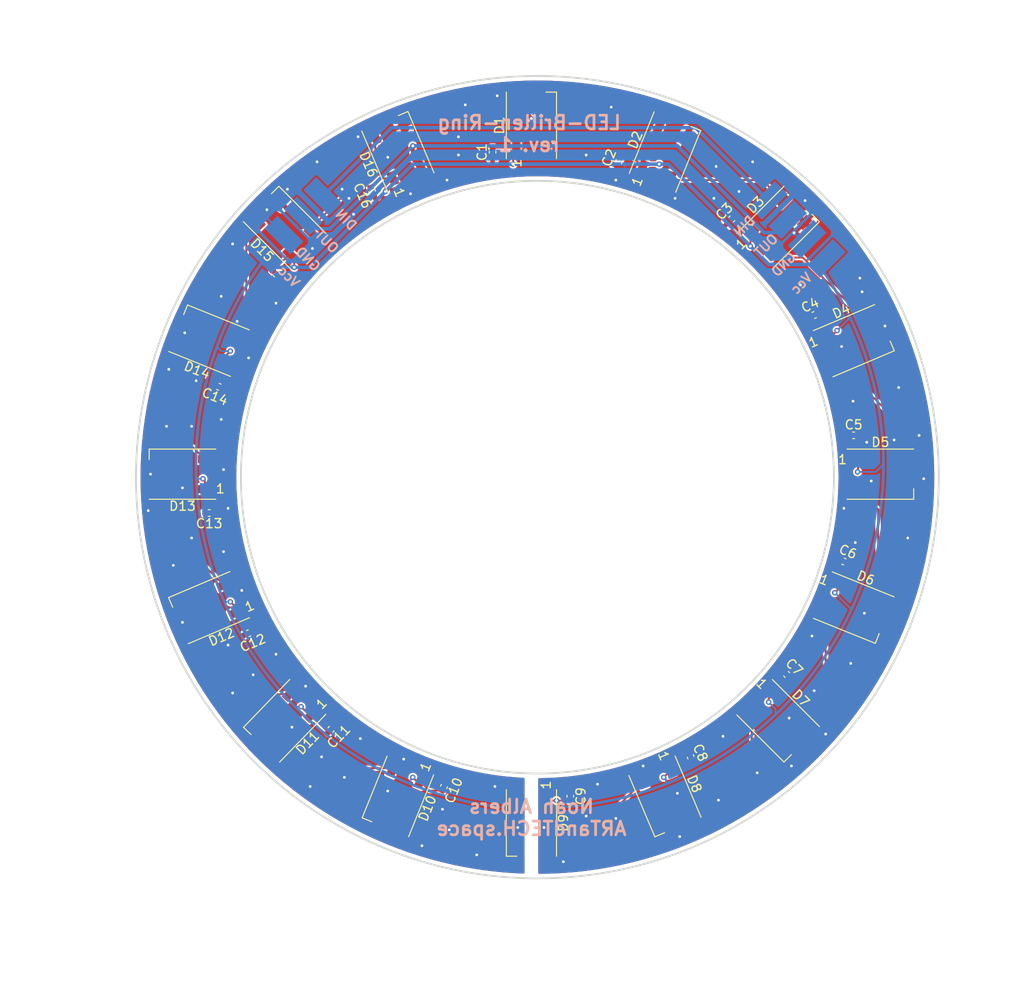
<source format=kicad_pcb>
(kicad_pcb (version 20240108) (generator "pcbnew") (generator_version "8.0")
  (layers (0 "F.Cu" signal) (31 "B.Cu" signal) (34 "B.Paste" user) (35 "F.Paste" user) (36 "B.SilkS" user "B.Silkscreen") (37 "F.SilkS" user "F.Silkscreen") (38 "B.Mask" user) (39 "F.Mask" user) (44 "Edge.Cuts" user))
  (net 0 "")
  (net 1 "GND")
  (net 2 "VCC")
  (net 3 "/DIN")
  (net 4 "Net-(D1-DOUT)")
  (net 5 "Net-(D2-DOUT)")
  (net 6 "Net-(D3-DOUT)")
  (net 7 "Net-(D4-DOUT)")
  (net 8 "Net-(D5-DOUT)")
  (net 9 "Net-(D6-DOUT)")
  (net 10 "Net-(D7-DOUT)")
  (net 11 "Net-(D8-DOUT)")
  (net 12 "Net-(D10-DIN)")
  (net 13 "Net-(D10-DOUT)")
  (net 14 "Net-(D11-DOUT)")
  (net 15 "Net-(D12-DOUT)")
  (net 16 "Net-(D13-DOUT)")
  (net 17 "Net-(D14-DOUT)")
  (net 18 "Net-(D15-DOUT)")
  (net 19 "/DOUT")
  (footprint "LED_SMD:LED_WS2812B_PLCC4_5.0x5.0mm_P3.2mm" (layer "F.Cu") (at 145.046834 53.953166 45)
    (property "Reference" "D3" (at 0 -3.499999 45) (layer "F.SilkS"))
    (property "Value" "WS2812B")
    (fp_text user "1" (at -4.15 -1.6 45) (layer "F.SilkS"))
    (pad "1" smd rect (at -2.450001 -1.65 45) (size 1.5 0.9) (layers "F.Cu" "F.Paste" "F.Mask") (net 2 "VCC"))
    (pad "2" smd rect (at -2.449999 1.65 45) (size 1.5 0.9) (layers "F.Cu" "F.Paste" "F.Mask") (net 6 "Net-(D3-DOUT)"))
    (pad "3" smd rect (at 2.450001 1.65 45) (size 1.5 0.9) (layers "F.Cu" "F.Paste" "F.Mask") (net 1 "GND"))
    (pad "4" smd rect (at 2.449999 -1.65 45) (size 1.5 0.9) (layers "F.Cu" "F.Paste" "F.Mask") (net 5 "Net-(D2-DOUT)"))
  )
  (footprint "LED_SMD:LED_WS2812B_PLCC4_5.0x5.0mm_P3.2mm" (layer "F.Cu") (at 103.362359 45.661608 113)
    (property "Reference" "D16" (at 0 -3.5 113) (layer "F.SilkS"))
    (property "Value" "WS2812B")
    (fp_text user "1" (at -4.149999 -1.6 113) (layer "F.SilkS"))
    (pad "1" smd rect (at -2.45 -1.65 113) (size 1.5 0.9) (layers "F.Cu" "F.Paste" "F.Mask") (net 2 "VCC"))
    (pad "2" smd rect (at -2.45 1.650001 113) (size 1.5 0.9) (layers "F.Cu" "F.Paste" "F.Mask") (net 19 "/DOUT"))
    (pad "3" smd rect (at 2.45 1.65 113) (size 1.5 0.9) (layers "F.Cu" "F.Paste" "F.Mask") (net 1 "GND"))
    (pad "4" smd rect (at 2.45 -1.650001 113) (size 1.5 0.9) (layers "F.Cu" "F.Paste" "F.Mask") (net 18 "Net-(D15-DOUT)"))
  )
  (footprint "Capacitor_SMD:C_0402_1005Metric" (layer "F.Cu") (at 113.741538 45.683315 90)
    (property "Reference" "C1" (at 0.000001 -1.16 90) (layer "F.SilkS"))
    (property "Value" "C")
    (pad "1" smd roundrect (at -0.480002 0 90) (size 0.56 0.62) (layers "F.Cu" "F.Paste" "F.Mask") (net 1 "GND"))
    (pad "2" smd roundrect (at 0.480002 0 90) (size 0.56 0.62) (layers "F.Cu" "F.Paste" "F.Mask") (net 2 "VCC"))
  )
  (footprint "LED_SMD:LED_WS2812B_PLCC4_5.0x5.0mm_P3.2mm" (layer "F.Cu") (at 90.953166 108.046834 -134)
    (property "Reference" "D11" (at 0 -3.5 -134) (layer "F.SilkS"))
    (property "Value" "WS2812B")
    (fp_text user "1" (at -4.149999 -1.600001 -134) (layer "F.SilkS"))
    (pad "1" smd rect (at -2.45 -1.65 226) (size 1.5 0.9) (layers "F.Cu" "F.Paste" "F.Mask") (net 2 "VCC"))
    (pad "2" smd rect (at -2.45 1.65 226) (size 1.5 0.9) (layers "F.Cu" "F.Paste" "F.Mask") (net 14 "Net-(D11-DOUT)"))
    (pad "3" smd rect (at 2.45 1.65 226) (size 1.5 0.9) (layers "F.Cu" "F.Paste" "F.Mask") (net 1 "GND"))
    (pad "4" smd rect (at 2.45 -1.65 226) (size 1.5 0.9) (layers "F.Cu" "F.Paste" "F.Mask") (net 13 "Net-(D10-DOUT)"))
  )
  (footprint "LED_SMD:LED_WS2812B_PLCC4_5.0x5.0mm_P3.2mm" (layer "F.Cu") (at 90.953166 53.953166 135)
    (property "Reference" "D15" (at 0 -3.5 135) (layer "F.SilkS"))
    (property "Value" "WS2812B")
    (pad "1" smd rect (at -2.449999 -1.650001 135) (size 1.5 0.9) (layers "F.Cu" "F.Paste" "F.Mask") (net 2 "VCC"))
    (pad "2" smd rect (at -2.449999 1.65 135) (size 1.5 0.9) (layers "F.Cu" "F.Paste" "F.Mask") (net 18 "Net-(D15-DOUT)"))
    (pad "3" smd rect (at 2.449999 1.650001 135) (size 1.5 0.9) (layers "F.Cu" "F.Paste" "F.Mask") (net 1 "GND"))
    (pad "4" smd rect (at 2.449999 -1.65 135) (size 1.5 0.9) (layers "F.Cu" "F.Paste" "F.Mask") (net 17 "Net-(D14-DOUT)"))
  )
  (footprint "Capacitor_SMD:C_0402_1005Metric" (layer "F.Cu") (at 100.550584 50.001281 113)
    (property "Reference" "C16" (at 0 -1.159998 113) (layer "F.SilkS"))
    (property "Value" "C")
    (pad "1" smd roundrect (at -0.479997 0 113) (size 0.56 0.62) (layers "F.Cu" "F.Paste" "F.Mask") (net 1 "GND"))
    (pad "2" smd roundrect (at 0.479997 0 113) (size 0.56 0.62) (layers "F.Cu" "F.Paste" "F.Mask") (net 2 "VCC"))
  )
  (footprint "LED_SMD:LED_WS2812B_PLCC4_5.0x5.0mm_P3.2mm" (layer "F.Cu") (at 118 42.75 90)
    (property "Reference" "D1" (at 0 -3.5 -90) (layer "F.SilkS"))
    (property "Value" "WS2812B")
    (fp_text user "1" (at -4.15 -1.600001 -90) (layer "F.SilkS"))
    (pad "1" smd rect (at -2.450001 -1.65 90) (size 1.5 0.9) (layers "F.Cu" "F.Paste" "F.Mask") (net 2 "VCC"))
    (pad "2" smd rect (at -2.45 1.65 90) (size 1.5 0.9) (layers "F.Cu" "F.Paste" "F.Mask") (net 4 "Net-(D1-DOUT)"))
    (pad "3" smd rect (at 2.450001 1.65 90) (size 1.5 0.9) (layers "F.Cu" "F.Paste" "F.Mask") (net 1 "GND"))
    (pad "4" smd rect (at 2.45 -1.65 90) (size 1.5 0.9) (layers "F.Cu" "F.Paste" "F.Mask") (net 3 "/DIN"))
  )
  (footprint "LED_SMD:LED_WS2812B_PLCC4_5.0x5.0mm_P3.2mm" (layer "F.Cu") (at 82.661608 66.362359 158)
    (property "Reference" "D14" (at -0.000001 -3.499999 158) (layer "F.SilkS"))
    (property "Value" "WS2812B")
    (pad "1" smd rect (at -2.449999 -1.650001 158) (size 1.5 0.9) (layers "F.Cu" "F.Paste" "F.Mask") (net 2 "VCC"))
    (pad "2" smd rect (at -2.449999 1.650002 158) (size 1.5 0.9) (layers "F.Cu" "F.Paste" "F.Mask") (net 17 "Net-(D14-DOUT)"))
    (pad "3" smd rect (at 2.449999 1.650001 158) (size 1.5 0.9) (layers "F.Cu" "F.Paste" "F.Mask") (net 1 "GND"))
    (pad "4" smd rect (at 2.449999 -1.650002 158) (size 1.5 0.9) (layers "F.Cu" "F.Paste" "F.Mask") (net 16 "Net-(D13-DOUT)"))
  )
  (footprint "Capacitor_SMD:C_0402_1005Metric" (layer "F.Cu") (at 139.961479 53.016145 45)
    (property "Reference" "C3" (at 0.000004 -1.159997 45) (layer "F.SilkS"))
    (property "Value" "C")
    (pad "1" smd roundrect (at -0.48 0.000001 45) (size 0.56 0.62) (layers "F.Cu" "F.Paste" "F.Mask") (net 1 "GND"))
    (pad "2" smd roundrect (at 0.48 -0.000001 45) (size 0.56 0.62) (layers "F.Cu" "F.Paste" "F.Mask") (net 2 "VCC"))
  )
  (footprint "LED_SMD:LED_WS2812B_PLCC4_5.0x5.0mm_P3.2mm" (layer "F.Cu") (at 118 119.25 -90)
    (property "Reference" "D9" (at 0 -3.5 -90) (layer "F.SilkS"))
    (property "Value" "WS2812B")
    (fp_text user "1" (at -4.15 -1.600001 -90) (layer "F.SilkS"))
    (pad "1" smd rect (at -2.450001 -1.65 270) (size 1.5 0.9) (layers "F.Cu" "F.Paste" "F.Mask") (net 2 "VCC"))
    (pad "2" smd rect (at -2.45 1.650001 270) (size 1.5 0.9) (layers "F.Cu" "F.Paste" "F.Mask") (net 12 "Net-(D10-DIN)"))
    (pad "3" smd rect (at 2.450001 1.65 270) (size 1.5 0.9) (layers "F.Cu" "F.Paste" "F.Mask") (net 1 "GND"))
    (pad "4" smd rect (at 2.45 -1.650001 270) (size 1.5 0.9) (layers "F.Cu" "F.Paste" "F.Mask") (net 11 "Net-(D8-DOUT)"))
  )
  (footprint "LED_SMD:LED_WS2812B_PLCC4_5.0x5.0mm_P3.2mm" (layer "F.Cu") (at 153.338392 95.637641 -22)
    (property "Reference" "D6" (at 0 -3.5 -22) (layer "F.SilkS"))
    (property "Value" "WS2812B")
    (fp_text user "1" (at -4.15 -1.600001 -22) (layer "F.SilkS"))
    (pad "1" smd rect (at -2.449999 -1.650001 338) (size 1.5 0.9) (layers "F.Cu" "F.Paste" "F.Mask") (net 2 "VCC"))
    (pad "2" smd rect (at -2.449998 1.65 338) (size 1.5 0.9) (layers "F.Cu" "F.Paste" "F.Mask") (net 9 "Net-(D6-DOUT)"))
    (pad "3" smd rect (at 2.449999 1.650001 338) (size 1.5 0.9) (layers "F.Cu" "F.Paste" "F.Mask") (net 1 "GND"))
    (pad "4" smd rect (at 2.449998 -1.65 338) (size 1.5 0.9) (layers "F.Cu" "F.Paste" "F.Mask") (net 8 "Net-(D5-DOUT)"))
  )
  (footprint "Capacitor_SMD:C_0402_1005Metric" (layer "F.Cu") (at 90.016145 59.038521 135)
    (property "Reference" "C15" (hide yes))
    (property "Value" "C" (hide yes))
    (pad "1" smd roundrect (at -0.480001 0 135) (size 0.56 0.62) (layers "F.Cu" "F.Paste" "F.Mask") (net 1 "GND"))
    (pad "2" smd roundrect (at 0.480001 0 135) (size 0.56 0.62) (layers "F.Cu" "F.Paste" "F.Mask") (net 2 "VCC"))
  )
  (footprint "Capacitor_SMD:C_0402_1005Metric" (layer "F.Cu") (at 153.316685 76.741538)
    (property "Reference" "C5" (at 0.000001 -1.16 0) (layer "F.SilkS"))
    (property "Value" "C")
    (pad "1" smd roundrect (at -0.48 -0.000002) (size 0.56 0.62) (layers "F.Cu" "F.Paste" "F.Mask") (net 1 "GND"))
    (pad "2" smd roundrect (at 0.48 0.000002) (size 0.56 0.62) (layers "F.Cu" "F.Paste" "F.Mask") (net 2 "VCC"))
  )
  (footprint "Capacitor_SMD:C_0402_1005Metric" (layer "F.Cu") (at 135.449416 111.998719 -67)
    (property "Reference" "C8" (at -0.000002 -1.160001 -67) (layer "F.SilkS"))
    (property "Value" "C")
    (pad "1" smd roundrect (at -0.479997 0 293) (size 0.56 0.62) (layers "F.Cu" "F.Paste" "F.Mask") (net 1 "GND"))
    (pad "2" smd roundrect (at 0.479997 0 293) (size 0.56 0.62) (layers "F.Cu" "F.Paste" "F.Mask") (net 2 "VCC"))
  )
  (footprint "Capacitor_SMD:C_0402_1005Metric" (layer "F.Cu") (at 122.258462 116.316685 -90)
    (property "Reference" "C9" (at 0.000001 -1.160002 -90) (layer "F.SilkS"))
    (property "Value" "C")
    (pad "1" smd roundrect (at -0.480002 0.000001 270) (size 0.56 0.62) (layers "F.Cu" "F.Paste" "F.Mask") (net 1 "GND"))
    (pad "2" smd roundrect (at 0.480002 -0.000001 270) (size 0.56 0.62) (layers "F.Cu" "F.Paste" "F.Mask") (net 2 "VCC"))
  )
  (footprint "Capacitor_SMD:C_0402_1005Metric" (layer "F.Cu") (at 148.998719 63.550584 23)
    (property "Reference" "C4" (at -0.000002 -1.160001 23) (layer "F.SilkS"))
    (property "Value" "C")
    (pad "1" smd roundrect (at -0.479998 0.000001 23) (size 0.56 0.62) (layers "F.Cu" "F.Paste" "F.Mask") (net 1 "GND"))
    (pad "2" smd roundrect (at 0.479998 -0.000001 23) (size 0.56 0.62) (layers "F.Cu" "F.Paste" "F.Mask") (net 2 "VCC"))
  )
  (footprint "Capacitor_SMD:C_0402_1005Metric" (layer "F.Cu") (at 87.001281 98.449416 -157)
    (property "Reference" "C12" (at -0.000001 -1.160001 23) (layer "F.SilkS"))
    (property "Value" "C")
    (pad "1" smd roundrect (at -0.48 0 203) (size 0.56 0.62) (layers "F.Cu" "F.Paste" "F.Mask") (net 1 "GND"))
    (pad "2" smd roundrect (at 0.48 0 203) (size 0.56 0.62) (layers "F.Cu" "F.Paste" "F.Mask") (net 2 "VCC"))
  )
  (footprint "Capacitor_SMD:C_0402_1005Metric" (layer "F.Cu") (at 108.419197 115.258005 -112)
    (property "Reference" "C10" (at 0 -1.16 -112) (layer "F.SilkS"))
    (property "Value" "C")
    (pad "1" smd roundrect (at -0.480002 -0.000002 248) (size 0.56 0.62) (layers "F.Cu" "F.Paste" "F.Mask") (net 1 "GND"))
    (pad "2" smd roundrect (at 0.480002 0.000002 248) (size 0.56 0.62) (layers "F.Cu" "F.Paste" "F.Mask") (net 2 "VCC"))
  )
  (footprint "LED_SMD:LED_WS2812B_PLCC4_5.0x5.0mm_P3.2mm" (layer "F.Cu") (at 103.362359 116.338392 -112)
    (property "Reference" "D10" (at 0 -3.5 -112) (layer "F.SilkS"))
    (property "Value" "WS2812B")
    (fp_text user "1" (at -4.15 -1.600001 -112) (layer "F.SilkS"))
    (pad "1" smd rect (at -2.450001 -1.65 248) (size 1.5 0.9) (layers "F.Cu" "F.Paste" "F.Mask") (net 2 "VCC"))
    (pad "2" smd rect (at -2.449999 1.649999 248) (size 1.5 0.9) (layers "F.Cu" "F.Paste" "F.Mask") (net 13 "Net-(D10-DOUT)"))
    (pad "3" smd rect (at 2.450001 1.65 248) (size 1.5 0.9) (layers "F.Cu" "F.Paste" "F.Mask") (net 1 "GND"))
    (pad "4" smd rect (at 2.449999 -1.649999 248) (size 1.5 0.9) (layers "F.Cu" "F.Paste" "F.Mask") (net 12 "Net-(D10-DIN)"))
  )
  (footprint "Capacitor_SMD:C_0402_1005Metric" (layer "F.Cu") (at 82.683315 85.258462 180)
    (property "Reference" "C13" (at 0.000001 -1.160002 180) (layer "F.SilkS"))
    (property "Value" "C")
    (pad "1" smd roundrect (at -0.480002 0.000001 180) (size 0.56 0.62) (layers "F.Cu" "F.Paste" "F.Mask") (net 1 "GND"))
    (pad "2" smd roundrect (at 0.480002 -0.000001 180) (size 0.56 0.62) (layers "F.Cu" "F.Paste" "F.Mask") (net 2 "VCC"))
  )
  (footprint "Capacitor_SMD:C_0402_1005Metric" (layer "F.Cu") (at 127.580803 46.741995 68)
    (property "Reference" "C2" (at 0 -1.16 68) (layer "F.SilkS"))
    (property "Value" "C")
    (pad "1" smd roundrect (at -0.479999 -0.000003 68) (size 0.56 0.62) (layers "F.Cu" "F.Paste" "F.Mask") (net 1 "GND"))
    (pad "2" smd roundrect (at 0.479999 0.000003 68) (size 0.56 0.62) (layers "F.Cu" "F.Paste" "F.Mask") (net 2 "VCC"))
  )
  (footprint "LED_SMD:LED_WS2812B_PLCC4_5.0x5.0mm_P3.2mm" (layer "F.Cu") (at 153.338392 66.362359 23)
    (property "Reference" "D4" (at 0 -3.5 23) (layer "F.SilkS"))
    (property "Value" "WS2812B")
    (fp_text user "1" (at -4.149999 -1.599999 23) (layer "F.SilkS"))
    (pad "1" smd rect (at -2.45 -1.65 23) (size 1.5 0.9) (layers "F.Cu" "F.Paste" "F.Mask") (net 2 "VCC"))
    (pad "2" smd rect (at -2.45 1.650001 23) (size 1.5 0.9) (layers "F.Cu" "F.Paste" "F.Mask") (net 7 "Net-(D4-DOUT)"))
    (pad "3" smd rect (at 2.45 1.65 23) (size 1.5 0.9) (layers "F.Cu" "F.Paste" "F.Mask") (net 1 "GND"))
    (pad "4" smd rect (at 2.45 -1.650001 23) (size 1.5 0.9) (layers "F.Cu" "F.Paste" "F.Mask") (net 6 "Net-(D3-DOUT)"))
  )
  (footprint "LED_SMD:LED_WS2812B_PLCC4_5.0x5.0mm_P3.2mm" (layer "F.Cu") (at 79.75 81 180)
    (property "Reference" "D13" (at 0 -3.5 180) (layer "F.SilkS"))
    (property "Value" "WS2812B")
    (fp_text user "1" (at -4.15 -1.600001 180) (layer "F.SilkS"))
    (pad "1" smd rect (at -2.450001 -1.65 180) (size 1.5 0.9) (layers "F.Cu" "F.Paste" "F.Mask") (net 2 "VCC"))
    (pad "2" smd rect (at -2.45 1.65 180) (size 1.5 0.9) (layers "F.Cu" "F.Paste" "F.Mask") (net 16 "Net-(D13-DOUT)"))
    (pad "3" smd rect (at 2.450001 1.65 180) (size 1.5 0.9) (layers "F.Cu" "F.Paste" "F.Mask") (net 1 "GND"))
    (pad "4" smd rect (at 2.45 -1.65 180) (size 1.5 0.9) (layers "F.Cu" "F.Paste" "F.Mask") (net 15 "Net-(D12-DOUT)"))
  )
  (footprint "Capacitor_SMD:C_0402_1005Metric" (layer "F.Cu") (at 145.983855 102.961479 -45)
    (property "Reference" "C7" (at 0.000001 -1.16 -45) (layer "F.SilkS"))
    (property "Value" "C")
    (pad "1" smd roundrect (at -0.480001 -0.000003 315) (size 0.56 0.62) (layers "F.Cu" "F.Paste" "F.Mask") (net 1 "GND"))
    (pad "2" smd roundrect (at 0.480001 0.000003 315) (size 0.56 0.62) (layers "F.Cu" "F.Paste" "F.Mask") (net 2 "VCC"))
  )
  (footprint "LED_SMD:LED_WS2812B_PLCC4_5.0x5.0mm_P3.2mm" (layer "F.Cu") (at 82.661608 95.637641 -157)
    (property "Reference" "D12" (at 0 -3.5 -157) (layer "F.SilkS"))
    (property "Value" "WS2812B")
    (fp_text user "1" (at -4.15 -1.599999 -157) (layer "F.SilkS"))
    (pad "1" smd rect (at -2.449999 -1.650001 203) (size 1.5 0.9) (layers "F.Cu" "F.Paste" "F.Mask") (net 2 "VCC"))
    (pad "2" smd rect (at -2.449999 1.65 203) (size 1.5 0.9) (layers "F.Cu" "F.Paste" "F.Mask") (net 15 "Net-(D12-DOUT)"))
    (pad "3" smd rect (at 2.449999 1.650001 203) (size 1.5 0.9) (layers "F.Cu" "F.Paste" "F.Mask") (net 1 "GND"))
    (pad "4" smd rect (at 2.449999 -1.65 203) (size 1.5 0.9) (layers "F.Cu" "F.Paste" "F.Mask") (net 14 "Net-(D11-DOUT)"))
  )
  (footprint "LED_SMD:LED_WS2812B_PLCC4_5.0x5.0mm_P3.2mm" (layer "F.Cu") (at 132.637641 116.338392 -67)
    (property "Reference" "D8" (at 0 -3.5 -67) (layer "F.SilkS"))
    (property "Value" "WS2812B")
    (fp_text user "1" (at -4.15 -1.6 -67) (layer "F.SilkS"))
    (pad "1" smd rect (at -2.45 -1.65 293) (size 1.5 0.9) (layers "F.Cu" "F.Paste" "F.Mask") (net 2 "VCC"))
    (pad "2" smd rect (at -2.45 1.650001 293) (size 1.5 0.9) (layers "F.Cu" "F.Paste" "F.Mask") (net 11 "Net-(D8-DOUT)"))
    (pad "3" smd rect (at 2.45 1.65 293) (size 1.5 0.9) (layers "F.Cu" "F.Paste" "F.Mask") (net 1 "GND"))
    (pad "4" smd rect (at 2.45 -1.650001 293) (size 1.5 0.9) (layers "F.Cu" "F.Paste" "F.Mask") (net 10 "Net-(D7-DOUT)"))
  )
  (footprint "Capacitor_SMD:C_0402_1005Metric" (layer "F.Cu") (at 152.258005 90.580803 -22)
    (property "Reference" "C6" (at -0.000001 -1.16 -22) (layer "F.SilkS"))
    (property "Value" "C")
    (pad "1" smd roundrect (at -0.480002 -0.000002 338) (size 0.56 0.62) (layers "F.Cu" "F.Paste" "F.Mask") (net 1 "GND"))
    (pad "2" smd roundrect (at 0.480002 0.000002 338) (size 0.56 0.62) (layers "F.Cu" "F.Paste" "F.Mask") (net 2 "VCC"))
  )
  (footprint "LED_SMD:LED_WS2812B_PLCC4_5.0x5.0mm_P3.2mm" (layer "F.Cu") (at 156.25 81)
    (property "Reference" "D5" (at 0 -3.5 0) (layer "F.SilkS"))
    (property "Value" "WS2812B")
    (fp_text user "1" (at -4.149999 -1.6 0) (layer "F.SilkS"))
    (pad "1" smd rect (at -2.450001 -1.65) (size 1.5 0.9) (layers "F.Cu" "F.Paste" "F.Mask") (net 2 "VCC"))
    (pad "2" smd rect (at -2.45 1.650001) (size 1.5 0.9) (layers "F.Cu" "F.Paste" "F.Mask") (net 8 "Net-(D5-DOUT)"))
    (pad "3" smd rect (at 2.450001 1.65) (size 1.5 0.9) (layers "F.Cu" "F.Paste" "F.Mask") (net 1 "GND"))
    (pad "4" smd rect (at 2.45 -1.650001) (size 1.5 0.9) (layers "F.Cu" "F.Paste" "F.Mask") (net 7 "Net-(D4-DOUT)"))
  )
  (footprint "Capacitor_SMD:C_0402_1005Metric" (layer "F.Cu") (at 83.741995 71.419197 158)
    (property "Reference" "C14" (at 0 -1.16 158) (layer "F.SilkS"))
    (property "Value" "C")
    (pad "1" smd roundrect (at -0.479999 -0.000003 158) (size 0.56 0.62) (layers "F.Cu" "F.Paste" "F.Mask") (net 1 "GND"))
    (pad "2" smd roundrect (at 0.479999 0.000003 158) (size 0.56 0.62) (layers "F.Cu" "F.Paste" "F.Mask") (net 2 "VCC"))
  )
  (footprint "LED_SMD:LED_WS2812B_PLCC4_5.0x5.0mm_P3.2mm" (layer "F.Cu") (at 132.637641 45.661608 68)
    (property "Reference" "D2" (at 0 -3.5 68) (layer "F.SilkS"))
    (property "Value" "WS2812B")
    (fp_text user "1" (at -4.15 -1.600001 68) (layer "F.SilkS"))
    (pad "1" smd rect (at -2.45 -1.649999 68) (size 1.5 0.9) (layers "F.Cu" "F.Paste" "F.Mask") (net 2 "VCC"))
    (pad "2" smd rect (at -2.449999 1.649999 68) (size 1.5 0.9) (layers "F.Cu" "F.Paste" "F.Mask") (net 5 "Net-(D2-DOUT)"))
    (pad "3" smd rect (at 2.45 1.649999 68) (size 1.5 0.9) (layers "F.Cu" "F.Paste" "F.Mask") (net 1 "GND"))
    (pad "4" smd rect (at 2.449999 -1.649999 68) (size 1.5 0.9) (layers "F.Cu" "F.Paste" "F.Mask") (net 4 "Net-(D1-DOUT)"))
  )
  (footprint "Capacitor_SMD:C_0402_1005Metric" (layer "F.Cu") (at 96.038521 108.983855 -134)
    (property "Reference" "C11" (at 0 -1.159999 -134) (layer "F.SilkS"))
    (property "Value" "C")
    (pad "1" smd roundrect (at -0.480001 -0.000001 226) (size 0.56 0.62) (layers "F.Cu" "F.Paste" "F.Mask") (net 1 "GND"))
    (pad "2" smd roundrect (at 0.480001 0.000001 226) (size 0.56 0.62) (layers "F.Cu" "F.Paste" "F.Mask") (net 2 "VCC"))
  )
  (footprint "LED_SMD:LED_WS2812B_PLCC4_5.0x5.0mm_P3.2mm" (layer "F.Cu") (at 145.046834 108.046834 -45)
    (property "Reference" "D7" (at 0 -3.5 -45) (layer "F.SilkS"))
    (property "Value" "WS2812B")
    (fp_text user "1" (at -4.15 -1.6 -45) (layer "F.SilkS"))
    (pad "1" smd rect (at -2.449999 -1.650001 315) (size 1.5 0.9) (layers "F.Cu" "F.Paste" "F.Mask") (net 2 "VCC"))
    (pad "2" smd rect (at -2.449999 1.65 315) (size 1.5 0.9) (layers "F.Cu" "F.Paste" "F.Mask") (net 10 "Net-(D7-DOUT)"))
    (pad "3" smd rect (at 2.449999 1.650001 315) (size 1.5 0.9) (layers "F.Cu" "F.Paste" "F.Mask") (net 1 "GND"))
    (pad "4" smd rect (at 2.449999 -1.65 315) (size 1.5 0.9) (layers "F.Cu" "F.Paste" "F.Mask") (net 9 "Net-(D6-DOUT)"))
  )
  (footprint "SMDPrints:01x04_SMD_Pads" (layer "B.Cu") (at 98.655349 54.081213 -135)
    (property "Reference" "J2" (hide yes))
    (property "Value" "Conn_01x04" (hide yes))
    (pad "1" smd rect (at 0 5 135) (size 4 2) (layers "B.Cu" "B.Paste" "B.Mask") (net 3 "/DIN"))
    (pad "2" smd rect (at 3 5 135) (size 4 2) (layers "B.Cu" "B.Paste" "B.Mask") (net 19 "/DOUT"))
    (pad "3" smd rect (at 6 5 135) (size 4 2) (layers "B.Cu" "B.Paste" "B.Mask") (net 1 "GND"))
    (pad "4" smd rect (at 9 5 135) (size 4 2) (layers "B.Cu" "B.Paste" "B.Mask") (net 2 "VCC"))
  )
  (footprint "SMDPrints:01x04_SMD_Pads" (layer "B.Cu") (at 147.508903 47.445806 -45)
    (property "Reference" "J1" (hide yes))
    (property "Value" "Conn_01x04" (hide yes))
    (pad "1" smd rect (at 0 5 225) (size 4 2) (layers "B.Cu" "B.Paste" "B.Mask") (net 3 "/DIN"))
    (pad "2" smd rect (at 3 5 225) (size 4 2) (layers "B.Cu" "B.Paste" "B.Mask") (net 19 "/DOUT"))
    (pad "3" smd rect (at 6 5 225) (size 4 2) (layers "B.Cu" "B.Paste" "B.Mask") (net 1 "GND"))
    (pad "4" smd rect (at 9 5 225) (size 4 2) (layers "B.Cu" "B.Paste" "B.Mask") (net 2 "VCC"))
  )
  (gr_arc (start 114.5 117.499999) (mid 84.350839 95.031158) (end 88.542863 57.664761) (stroke (width 0.3)) (layer "B.Cu") (net 2))
  (gr_arc (start 149.481123 58.013613) (mid 153.008766 95.996995) (end 121.5 117.5) (stroke (width 0.3)) (layer "B.Cu") (net 2))
  (gr_circle (center 118.655349 81.331213) (end 162.655349 81.331213) (stroke (width 0.2)) (fill none) (layer "Edge.Cuts"))
  (gr_circle (center 118.655349 81.331213) (end 151.155349 81.331213) (stroke (width 0.2)) (fill none) (layer "Edge.Cuts"))
  (gr_text "GND" (at 147.25 57.25 45) (layer "B.SilkS") (effects (font (size 1 1) (thickness 0.2) (bold yes)) (justify left bottom mirror)))
  (gr_text "DIN" (at 98.25 54.5 315) (layer "B.SilkS") (effects (font (size 1 1) (thickness 0.2) (bold yes)) (justify left bottom mirror)))
  (gr_text "OUT" (at 96.25 57 315) (layer "B.SilkS") (effects (font (size 1 1) (thickness 0.2) (bold yes)) (justify left bottom mirror)))
  (gr_text "OUT" (at 145.25 55.25 45) (layer "B.SilkS") (effects (font (size 1 1) (thickness 0.2) (bold yes)) (justify left bottom mirror)))
  (gr_text "DIN" (at 142.75 53.25 45) (layer "B.SilkS") (effects (font (size 1 1) (thickness 0.2) (bold yes)) (justify left bottom mirror)))
  (gr_text "Noah Albers\nARTandTECH.space" (at 118 120.75 0) (layer "B.SilkS") (effects (font (size 1.5 1.5) (thickness 0.3) (bold yes)) (justify bottom mirror)))
  (gr_text "Vcc" (at 149 59.5 45) (layer "B.SilkS") (effects (font (size 1 1) (thickness 0.2) (bold yes)) (justify left bottom mirror)))
  (gr_text "Vcc" (at 92 60.75 315) (layer "B.SilkS") (effects (font (size 1 1) (thickness 0.2) (bold yes)) (justify left bottom mirror)))
  (gr_text "LED-Brillen-Ring\nrev. 1" (at 117.75 45.75 0) (layer "B.SilkS") (effects (font (size 1.5 1.5) (thickness 0.3) (bold yes)) (justify bottom mirror)))
  (gr_text "GND" (at 94.25 59 315) (layer "B.SilkS") (effects (font (size 1 1) (thickness 0.2) (bold yes)) (justify left bottom mirror)))
  (segment (start 146.799117 54.534335) (end 147.945972 53.38748) (width 0.2) (layer "F.Cu") (net 1))
  (segment (start 89 52) (end 89.44151 52) (width 0.2) (layer "F.Cu") (net 1))
  (segment (start 89.44151 52) (end 90.387482 51.054028) (width 0.2) (layer "F.Cu") (net 1))
  (segment (start 146.784335 54.534335) (end 146.799117 54.534335) (width 0.2) (layer "F.Cu") (net 1))
  (via (at 116.5 119.75) (size 0.6) (drill 0.3) (layers "F.Cu" "B.Cu") (net 1))
  (via (at 86.25 93.75) (size 0.6) (drill 0.3) (layers "F.Cu" "B.Cu") (net 1))
  (via (at 84.25 80.5) (size 0.6) (drill 0.3) (layers "F.Cu" "B.Cu") (net 1))
  (via (at 81.25 70.75) (size 0.6) (drill 0.3) (layers "F.Cu" "B.Cu") (net 1))
  (via (at 153 101.75) (size 0.6) (drill 0.3) (layers "F.Cu" "B.Cu") (net 1))
  (via (at 93.25 104.25) (size 0.6) (drill 0.3) (layers "F.Cu" "B.Cu") (net 1))
  (via (at 109 120) (size 0.6) (drill 0.3) (layers "F.Cu" "B.Cu") (net 1))
  (via (at 80.75 75.75) (size 0.6) (drill 0.3) (layers "F.Cu" "B.Cu") (net 1))
  (via (at 158.25 71.5) (size 0.6) (drill 0.3) (layers "F.Cu" "B.Cu") (net 1))
  (via (at 154 59.5) (size 0.6) (drill 0.3) (layers "F.Cu" "B.Cu") (net 1))
  (via (at 159.25 88) (size 0.6) (drill 0.3) (layers "F.Cu" "B.Cu") (net 1))
  (via (at 156.75 64.75) (size 0.6) (drill 0.3) (layers "F.Cu" "B.Cu") (net 1))
  (via (at 76 85) (size 0.6) (drill 0.3) (layers "F.Cu" "B.Cu") (net 1))
  (via (at 79.75 82.5) (size 0.6) (drill 0.3) (layers "F.Cu" "B.Cu") (net 1))
  (via (at 110 44) (size 0.6) (drill 0.3) (layers "F.Cu" "B.Cu") (net 1))
  (via (at 161 81.5) (size 0.6) (drill 0.3) (layers "F.Cu" "B.Cu") (net 1))
  (via (at 90 100.75) (size 0.6) (drill 0.3) (layers "F.Cu" "B.Cu") (net 1))
  (via (at 84 75) (size 0.6) (drill 0.3) (layers "F.Cu" "B.Cu") (net 1))
  (via (at 148 51) (size 0.6) (drill 0.3) (layers "F.Cu" "B.Cu") (net 1))
  (via (at 124 46) (size 0.6) (drill 0.3) (layers "F.Cu" "B.Cu") (net 1))
  (via (at 89 52) (size 0.6) (drill 0.3) (layers "F.Cu" "B.Cu") (net 1))
  (via (at 110.75 40.5) (size 0.6) (drill 0.3) (layers "F.Cu" "B.Cu") (net 1))
  (via (at 87.5 103) (size 0.6) (drill 0.3) (layers "F.Cu" "B.Cu") (net 1))
  (via (at 91.75 108.75) (size 0.6) (drill 0.3) (layers "F.Cu" "B.Cu") (net 1))
  (via (at 127.25 118.75) (size 0.6) (drill 0.3) (layers "F.Cu" "B.Cu") (net 1))
  (via (at 76.25 81) (size 0.6) (drill 0.3) (layers "F.Cu" "B.Cu") (net 1))
  (via (at 79.75 97.25) (size 0.6) (drill 0.3) (layers "F.Cu" "B.Cu") (net 1))
  (via (at 140.75 50) (size 0.6) (drill 0.3) (layers "F.Cu" "B.Cu") (net 1))
  (via (at 104 112.25) (size 0.6) (drill 0.3) (layers "F.Cu" "B.Cu") (net 1))
  (via (at 94.5 46.75) (size 0.6) (drill 0.3) (layers "F.Cu" "B.Cu") (net 1))
  (via (at 99.25 110) (size 0.6) (drill 0.3) (layers "F.Cu" "B.Cu") (net 1))
  (via (at 134 116) (size 0.6) (drill 0.3) (layers "F.Cu" "B.Cu") (net 1))
  (via (at 139 109.75) (size 0.6) (drill 0.3) (layers "F.Cu" "B.Cu") (net 1))
  (via (at 146.25 107.75) (size 0.6) (drill 0.3) (layers "F.Cu" "B.Cu") (net 1))
  (via (at 154.75 77.5) (size 0.6) (drill 0.3) (layers "F.Cu" "B.Cu") (net 1))
  (via (at 114 115.25) (size 0.6) (drill 0.3) (layers "F.Cu" "B.Cu") (net 1))
  (via (at 108.75 48.75) (size 0.6) (drill 0.3) (layers "F.Cu" "B.Cu") (net 1))
  (via (at 87 68.25) (size 0.6) (drill 0.3) (layers "F.Cu" "B.Cu") (net 1))
  (via (at 127.25 48.75) (size 0.6) (drill 0.3) (layers "F.Cu" "B.Cu") (net 1))
  (via (at 102.25 46.25) (size 0.6) (drill 0.3) (layers "F.Cu" "B.Cu") (net 1))
  (via (at 112 122.75) (size 0.6) (drill 0.3) (layers "F.Cu" "B.Cu") (net 1))
  (via (at 85.25 55.75) (size 0.6) (drill 0.3) (layers "F.Cu" "B.Cu") (net 1))
  (via (at 102.25 115.75) (size 0.6) (drill 0.3) (layers "F.Cu" "B.Cu") (net 1))
  (via (at 78 75.75) (size 0.6) (drill 0.3) (layers "F.Cu" "B.Cu") (net 1))
  (via (at 93.75 115.25) (size 0.6) (drill 0.3) (layers "F.Cu" "B.Cu") (net 1))
  (via (at 138.5 116.75) (size 0.6) (drill 0.3) (layers "F.Cu" "B.Cu") (net 1))
  (via (at 110 46) (size 0.6) (drill 0.3) (layers "F.Cu" "B.Cu") (net 1))
  (via (at 97.25 49.75) (size 0.6) (drill 0.3) (layers "F.Cu" "B.Cu") (net 1))
  (via (at 95 112) (size 0.6) (drill 0.3) (layers "F.Cu" "B.Cu") (net 1))
  (via (at 146.784335 54.534335) (size 0.6) (drill 0.3) (layers "F.Cu" "B.Cu") (net 1))
  (via (at 153.25 73) (size 0.6) (drill 0.3) (layers "F.Cu" "B.Cu") (net 1))
  (via (at 80.75 88) (size 0.6) (drill 0.3) (layers "F.Cu" "B.Cu") (net 1))
  (via (at 98 50.75) (size 0.6) (drill 0.3) (layers "F.Cu" "B.Cu") (net 1))
  (via (at 84 61.5) (size 0.6) (drill 0.3) (layers "F.Cu" "B.Cu") (net 1))
  (via (at 85.25 105) (size 0.6) (drill 0.3) (layers "F.Cu" "B.Cu") (net 1))
  (via (at 153.5 88.5) (size 0.6) (drill 0.3) (layers "F.Cu" "B.Cu") (net 1))
  (via (at 84.75 84.75) (size 0.6) (drill 0.3) (layers "F.Cu" "B.Cu") (net 1))
  (via (at 126.75 40.75) (size 0.6) (drill 0.3) (layers "F.Cu" "B.Cu") (net 1))
  (via (at 130.25 113) (size 0.6) (drill 0.3) (layers "F.Cu" "B.Cu") (net 1))
  (via (at 146.5 113) (size 0.6) (drill 0.3) (layers "F.Cu" "B.Cu") (net 1))
  (via (at 154.25 61) (size 0.6) (drill 0.3) (layers "F.Cu" "B.Cu") (net 1))
  (via (at 154.5 96.25) (size 0.6) (drill 0.3) (layers "F.Cu" "B.Cu") (net 1))
  (via (at 114.25 39.5) (size 0.6) (drill 0.3) (layers "F.Cu" "B.Cu") (net 1))
  (via (at 150.25 109.5) (size 0.6) (drill 0.3) (layers "F.Cu" "B.Cu") (net 1))
  (via (at 142.75 113.75) (size 0.6) (drill 0.3) (layers "F.Cu" "B.Cu") (net 1))
  (via (at 133.75 50.75) (size 0.6) (drill 0.3) (layers "F.Cu" "B.Cu") (net 1))
  (via (at 152.25 84.75) (size 0.6) (drill 0.3) (layers "F.Cu" "B.Cu") (net 1))
  (via (at 104.75 50.25) (size 0.6) (drill 0.3) (layers "F.Cu" "B.Cu") (net 1))
  (via (at 78.25 69.5) (size 0.6) (drill 0.3) (layers "F.Cu" "B.Cu") (net 1))
  (via (at 99 44) (size 0.6) (drill 0.3) (layers "F.Cu" "B.Cu") (net 1))
  (via (at 155.25 81.75) (size 0.6) (drill 0.3) (layers "F.Cu" "B.Cu") (net 1))
  (via (at 90 62.25) (size 0.6) (drill 0.3) (layers "F.Cu" "B.Cu") (net 1))
  (via (at 97.5 114.25) (size 0.6) (drill 0.3) (layers "F.Cu" "B.Cu") (net 1))
  (via (at 80 65.5) (size 0.6) (drill 0.3) (layers "F.Cu" "B.Cu") (net 1))
  (via (at 138 50.75) (size 0.6) (drill 0.3) (layers "F.Cu" "B.Cu") (net 1))
  (via (at 148.75 98.75) (size 0.6) (drill 0.3) (layers "F.Cu" "B.Cu") (net 1))
  (via (at 91.25 49.75) (size 0.6) (drill 0.3) (layers "F.Cu" "B.Cu") (net 1))
  (via (at 119.380354 119.75) (size 0.6) (drill 0.3) (layers "F.Cu" "B.Cu") (net 1))
  (via (at 147.5 60.25) (size 0.6) (drill 0.3) (layers "F.Cu" "B.Cu") (net 1))
  (via (at 160.5 76.75) (size 0.6) (drill 0.3) (layers "F.Cu" "B.Cu") (net 1))
  (via (at 125.25 115) (size 0.6) (drill 0.3) (layers "F.Cu" "B.Cu") (net 1))
  (via (at 142.25 46.75) (size 0.6) (drill 0.3) (layers "F.Cu" "B.Cu") (net 1))
  (via (at 108.25 117.75) (size 0.6) (drill 0.3) (layers "F.Cu" "B.Cu") (net 1))
  (via (at 157.75 77.25) (size 0.6) (drill 0.3) (layers "F.Cu" "B.Cu") (net 1))
  (via (at 84.75 99.75) (size 0.6) (drill 0.3) (layers "F.Cu" "B.Cu") (net 1))
  (via (at 152 67) (size 0.6) (drill 0.3) (layers "F.Cu" "B.Cu") (net 1))
  (via (at 124 118.5) (size 0.6) (drill 0.3) (layers "F.Cu" "B.Cu") (net 1))
  (via (at 134.25 120.75) (size 0.6) (drill 0.3) (layers "F.Cu" "B.Cu") (net 1))
  (via (at 149 104.75) (size 0.6) (drill 0.3) (layers "F.Cu" "B.Cu") (net 1))
  (via (at 98.5 52.5) (size 0.6) (drill 0.3) (layers "F.Cu" "B.Cu") (net 1))
  (via (at 85.75 64.25) (size 0.6) (drill 0.3) (layers "F.Cu" "B.Cu") (net 1))
  (via (at 106 121.75) (size 0.6) (drill 0.3) (layers "F.Cu" "B.Cu") (net 1))
  (via (at 121.5 123.5) (size 0.6) (drill 0.3) (layers "F.Cu" "B.Cu") (net 1))
  (via (at 78.75 91) (size 0.6) (drill 0.3) (layers "F.Cu" "B.Cu") (net 1))
  (via (at 138.25 47.25) (size 0.6) (drill 0.3) (layers "F.Cu" "B.Cu") (net 1))
  (via (at 84.25 89.5) (size 0.6) (drill 0.3) (layers "F.Cu" "B.Cu") (net 1))
  (via (at 94 56.25) (size 0.6) (drill 0.3) (layers "F.Cu" "B.Cu") (net 1))
  (segment (start 148.21601 55.223981) (end 147.473981 55.223981) (width 0.2) (layer "B.Cu") (net 1))
  (segment (start 90.877174 54.78832) (end 89 52.911146) (width 0.2) (layer "B.Cu") (net 1))
  (segment (start 89 52.911146) (end 89 52) (width 0.2) (layer "B.Cu") (net 1))
  (segment (start 147.473981 55.223981) (end 146.784335 54.534335) (width 0.2) (layer "B.Cu") (net 1))
  (segment (start 92 57.333454) (end 91.51885 56.852304) (width 0.2) (layer "F.Cu") (net 2))
  (segment (start 133.199183 113.438449) (end 133.199183 113.550817) (width 0.2) (layer "F.Cu") (net 2))
  (segment (start 134.639076 113.438449) (end 135.636966 112.440559) (width 0.2) (layer "F.Cu") (net 2))
  (segment (start 82.200001 82.65) (end 82.200001 81.700001) (width 0.2) (layer "F.Cu") (net 2))
  (segment (start 102 49.362368) (end 102.800817 48.561551) (width 0.2) (layer "F.Cu") (net 2))
  (segment (start 142 54.666548) (end 142.147696 54.518852) (width 0.2) (layer "F.Cu") (net 2))
  (segment (start 151.684894 93.190001) (end 152.703054 92.171841) (width 0.2) (layer "F.Cu") (net 2))
  (segment (start 152.703054 92.171841) (end 152.703054 90.760617) (width 0.2) (layer "F.Cu") (net 2))
  (segment (start 130.190002 47.315108) (end 129.171843 46.296949) (width 0.2) (layer "F.Cu") (net 2))
  (segment (start 122.255151 116.799999) (end 122.258463 116.796687) (width 0.2) (layer "F.Cu") (net 2))
  (segment (start 102 50) (end 102 49.362368) (width 0.2) (layer "F.Cu") (net 2))
  (segment (start 102.800817 48.561551) (end 101.360924 48.561551) (width 0.2) (layer "F.Cu") (net 2))
  (segment (start 84.315106 68.184894) (end 85 67.5) (width 0.2) (layer "F.Cu") (net 2))
  (segment (start 150.438449 65.800817) (end 150.949183 65.800817) (width 0.2) (layer "F.Cu") (net 2))
  (segment (start 130.50511 47) (end 130.190002 47.315108) (width 0.2) (layer "F.Cu") (net 2))
  (segment (start 129.171843 46.296949) (end 127.760616 46.296949) (width 0.2) (layer "F.Cu") (net 2))
  (segment (start 82.200001 82.65) (end 82.200001 85.255151) (width 0.2) (layer "F.Cu") (net 2))
  (segment (start 133.199183 113.550817) (end 132.5 114.25) (width 0.2) (layer "F.Cu") (net 2))
  (segment (start 153.799999 76.744854) (end 153.796685 76.74154) (width 0.2) (layer "F.Cu") (net 2))
  (segment (start 84.315106 70.221227) (end 84.315106 68.809999) (width 0.2) (layer "F.Cu") (net 2))
  (segment (start 116 47) (end 116 45.550001) (width 0.2) (layer "F.Cu") (net 2))
  (segment (start 93.680638 107.430638) (end 92.75 106.5) (width 0.2) (layer "F.Cu") (net 2))
  (segment (start 116 45.550001) (end 116.35 45.200001) (width 0.2) (layer "F.Cu") (net 2))
  (segment (start 133.199183 113.438449) (end 134.639076 113.438449) (width 0.2) (layer "F.Cu") (net 2))
  (segment (start 116.35 45.200001) (end 113.74485 45.200001) (width 0.2) (layer "F.Cu") (net 2))
  (segment (start 89.676733 58.699109) (end 91.51885 56.856992) (width 0.2) (layer "F.Cu") (net 2))
  (segment (start 153.799999 79.35) (end 153.799999 80.700001) (width 0.2) (layer "F.Cu") (net 2))
  (segment (start 150.438449 64.360923) (end 149.440559 63.363033) (width 0.2) (layer "F.Cu") (net 2))
  (segment (start 119.65 116.799999) (end 120.75 116.799999) (width 0.2) (layer "F.Cu") (net 2))
  (segment (start 83.296949 71.239384) (end 84.315106 70.221227) (width 0.2) (layer "F.Cu") (net 2))
  (segment (start 93.84199 107.430638) (end 95.705084 109.293732) (width 0.2) (layer "F.Cu") (net 2))
  (segment (start 140.305577 52.676733) (end 140.30089 52.676733) (width 0.2) (layer "F.Cu") (net 2))
  (segment (start 106.828161 115.703054) (end 108.239383 115.703054) (width 0.2) (layer "F.Cu") (net 2))
  (segment (start 151.684894 93.190001) (end 151.684894 93.565106) (width 0.2) (layer "F.Cu") (net 2))
  (segment (start 142 56) (end 142 54.666548) (width 0.2) (layer "F.Cu") (net 2))
  (segment (start 151.684894 93.565106) (end 151.25 94) (width 0.2) (layer "F.Cu") (net 2))
  (segment (start 82.200001 85.255151) (end 82.203313 85.258463) (width 0.2) (layer "F.Cu") (net 2))
  (segment (start 132 47) (end 130.50511 47) (width 0.2) (layer "F.Cu") (net 2))
  (segment (start 144.48115 105.147696) (end 146.323265 103.305581) (width 0.2) (layer "F.Cu") (net 2))
  (segment (start 153.799999 80.700001) (end 153.75 80.75) (width 0.2) (layer "F.Cu") (net 2))
  (segment (start 95.705084 109.293732) (end 95.705084 109.329138) (width 0.2) (layer "F.Cu") (net 2))
  (segment (start 146.323265 103.305581) (end 146.323265 103.300893) (width 0.2) (layer "F.Cu") (net 2))
  (segment (start 85.561551 96.199184) (end 85.561551 95.561551) (width 0.2) (layer "F.Cu") (net 2))
  (segment (start 91.51885 56.856992) (end 91.51885 56.852304) (width 0.2) (layer "F.Cu") (net 2))
  (segment (start 144.48115 105.147696) (end 144 105.628846) (width 0.2) (layer "F.Cu") (net 2))
  (segment (start 105.809999 114.684892) (end 106.828161 115.703054) (width 0.2) (layer "F.Cu") (net 2))
  (segment (start 84.315106 68.809999) (end 84.315106 68.184894) (width 0.2) (layer "F.Cu") (net 2))
  (segment (start 105.434892 114.684892) (end 105 114.25) (width 0.2) (layer "F.Cu") (net 2))
  (segment (start 93.84199 107.430638) (end 93.680638 107.430638) (width 0.2) (layer "F.Cu") (net 2))
  (segment (start 82.200001 81.700001) (end 82 81.5) (width 0.2) (layer "F.Cu") (net 2))
  (segment (start 150.438449 65.800817) (end 150.438449 64.360923) (width 0.2) (layer "F.Cu") (net 2))
  (segment (start 144 105.628846) (end 144 106) (width 0.2) (layer "F.Cu") (net 2))
  (segment (start 113.74485 45.200001) (end 113.741538 45.203313) (width 0.2) (layer "F.Cu") (net 2))
  (segment (start 86.559439 97.197072) (end 85.561551 96.199184) (width 0.2) (layer "F.Cu") (net 2))
  (segment (start 105.809999 114.684892) (end 105.434892 114.684892) (width 0.2) (layer "F.Cu") (net 2))
  (segment (start 101.360924 48.561551) (end 100.363034 49.559441) (width 0.2) (layer "F.Cu") (net 2))
  (segment (start 92 58.323854) (end 92 57.333454) (width 0.2) (layer "F.Cu") (net 2))
  (segment (start 85.561551 95.561551) (end 85 95) (width 0.2) (layer "F.Cu") (net 2))
  (segment (start 86.559439 98.636967) (end 86.559439 97.197072) (width 0.2) (layer "F.Cu") (net 2))
  (segment (start 120.75 116.799999) (end 122.255151 116.799999) (width 0.2) (layer "F.Cu") (net 2))
  (segment (start 150.949183 65.800817) (end 151.5 65.25) (width 0.2) (layer "F.Cu") (net 2))
  (segment (start 142.147696 54.518852) (end 140.305577 52.676733) (width 0.2) (layer "F.Cu") (net 2))
  (segment (start 153.799999 79.35) (end 153.799999 76.744854) (width 0.2) (layer "F.Cu") (net 2))
  (via (at 85 95) (size 0.6) (drill 0.3) (layers "F.Cu" "B.Cu") (net 2))
  (via (at 92 58.323854) (size 0.6) (drill 0.3) (layers "F.Cu" "B.Cu") (net 2))
  (via (at 151.5 65.25) (size 0.6) (drill 0.3) (layers "F.Cu" "B.Cu") (net 2))
  (via (at 120.75 116.799999) (size 0.6) (drill 0.3) (layers "F.Cu" "B.Cu") (net 2))
  (via (at 102 50) (size 0.6) (drill 0.3) (layers "F.Cu" "B.Cu") (net 2))
  (via (at 142 56) (size 0.6) (drill 0.3) (layers "F.Cu" "B.Cu") (net 2))
  (via (at 151.25 94) (size 0.6) (drill 0.3) (layers "F.Cu" "B.Cu") (net 2))
  (via (at 153.75 80.75) (size 0.6) (drill 0.3) (layers "F.Cu" "B.Cu") (net 2))
  (via (at 82 81.5) (size 0.6) (drill 0.3) (layers "F.Cu" "B.Cu") (net 2))
  (via (at 85 67.5) (size 0.6) (drill 0.3) (layers "F.Cu" "B.Cu") (net 2))
  (via (at 92.75 106.5) (size 0.6) (drill 0.3) (layers "F.Cu" "B.Cu") (net 2))
  (via (at 105 114.25) (size 0.6) (drill 0.3) (layers "F.Cu" "B.Cu") (net 2))
  (via (at 144 106) (size 0.6) (drill 0.3) (layers "F.Cu" "B.Cu") (net 2))
  (via (at 132.5 114.25) (size 0.6) (drill 0.3) (layers "F.Cu" "B.Cu") (net 2))
  (via (at 132 47) (size 0.6) (drill 0.3) (layers "F.Cu" "B.Cu") (net 2))
  (via (at 116 47) (size 0.6) (drill 0.3) (layers "F.Cu" "B.Cu") (net 2))
  (segment (start 82 81.5) (end 81.25 81.5) (width 0.2) (layer "B.Cu") (net 2))
  (segment (start 90.170068 58.323854) (end 93.676146 58.323854) (width 0.4) (layer "B.Cu") (net 2))
  (segment (start 88.755854 56.90964) (end 90.170068 58.323854) (width 0.4) (layer "B.Cu") (net 2))
  (segment (start 93.676146 58.323854) (end 105 47) (width 0.4) (layer "B.Cu") (net 2))
  (segment (start 151.25 94) (end 153.008766 95.758766) (width 0.2) (layer "B.Cu") (net 2))
  (segment (start 85 95) (end 84.381997 95) (width 0.2) (layer "B.Cu") (net 2))
  (segment (start 144.75 106.75) (end 144.75 107.25) (width 0.2) (layer "B.Cu") (net 2))
  (segment (start 120.75 116.799999) (end 120.799999 116.799999) (width 0.2) (layer "B.Cu") (net 2))
  (segment (start 104.75 114.5) (end 104.75 115) (width 0.2) (layer "B.Cu") (net 2))
  (segment (start 151.5 65.25) (end 152.75 64) (width 0.2) (layer "B.Cu") (net 2))
  (segment (start 152.75 64) (end 152.75 63.5) (width 0.2) (layer "B.Cu") (net 2))
  (segment (start 132.75 114.5) (end 132.75 115) (width 0.2) (layer "B.Cu") (net 2))
  (segment (start 144 106) (end 144.75 106.75) (width 0.2) (layer "B.Cu") (net 2))
  (segment (start 153.008766 95.758766) (end 153.008766 95.996995) (width 0.2) (layer "B.Cu") (net 2))
  (segment (start 92.75 106.5) (end 92.25 106.5) (width 0.2) (layer "B.Cu") (net 2))
  (segment (start 84 67.5) (end 83.5 67) (width 0.2) (layer "B.Cu") (net 2))
  (segment (start 144 58) (end 149.682631 58) (width 0.4) (layer "B.Cu") (net 2))
  (segment (start 85 67.5) (end 84 67.5) (width 0.2) (layer "B.Cu") (net 2))
  (segment (start 149.682631 58) (end 150.33733 57.345301) (width 0.4) (layer "B.Cu") (net 2))
  (segment (start 105 114.25) (end 104.75 114.5) (width 0.2) (layer "B.Cu") (net 2))
  (segment (start 133 47) (end 144 58) (width 0.4) (layer "B.Cu") (net 2))
  (segment (start 84.381997 95) (end 84.350839 95.031158) (width 0.2) (layer "B.Cu") (net 2))
  (segment (start 105 47) (end 133 47) (width 0.4) (layer "B.Cu") (net 2))
  (segment (start 132.5 114.25) (end 132.75 114.5) (width 0.2) (layer "B.Cu") (net 2))
  (segment (start 120.799999 116.799999) (end 121.5 117.5) (width 0.2) (layer "B.Cu") (net 2))
  (segment (start 153.75 80.75) (end 155.75 80.75) (width 0.2) (layer "B.Cu") (net 2))
  (segment (start 155.75 80.75) (end 156.5 80) (width 0.2) (layer "B.Cu") (net 2))
  (segment (start 118 41.95) (end 116.35 40.3) (width 0.4) (layer "F.Cu") (net 3))
  (segment (start 118 42) (end 118 41.95) (width 0.4) (layer "F.Cu") (net 3))
  (via (at 118 42) (size 0.5) (drill 0.3) (layers "F.Cu" "B.Cu") (net 3))
  (segment (start 118 43) (end 118 42) (width 0.4) (layer "B.Cu") (net 3))
  (segment (start 135.992029 43) (end 143.973369 50.98134) (width 0.4) (layer "B.Cu") (net 3))
  (segment (start 95.119815 50.545679) (end 102.665494 43) (width 0.4) (layer "B.Cu") (net 3))
  (segment (start 118 43) (end 135.992029 43) (width 0.4) (layer "B.Cu") (net 3))
  (segment (start 102.665494 43) (end 118 43) (width 0.4) (layer "B.Cu") (net 3))
  (segment (start 120.85 44) (end 119.65 45.2) (width 0.2) (layer "F.Cu") (net 4))
  (segment (start 132.025574 42.771908) (end 130.797482 44) (width 0.2) (layer "F.Cu") (net 4))
  (segment (start 130.797482 44) (end 120.85 44) (width 0.2) (layer "F.Cu") (net 4))
  (segment (start 143.30849 48.75) (end 133.4484 48.75) (width 0.2) (layer "F.Cu") (net 5))
  (segment (start 133.4484 48.75) (end 133.249708 48.551308) (width 0.2) (layer "F.Cu") (net 5))
  (segment (start 145.612519 51.054029) (end 143.30849 48.75) (width 0.2) (layer "F.Cu") (net 5))
  (segment (start 144.878846 57.25) (end 144.481149 56.852303) (width 0.2) (layer "F.Cu") (net 6))
  (segment (start 147.75 57.25) (end 144.878846 57.25) (width 0.2) (layer "F.Cu") (net 6))
  (segment (start 154.948922 63.886234) (end 154.386234 63.886234) (width 0.2) (layer "F.Cu") (net 6))
  (segment (start 154.386234 63.886234) (end 147.75 57.25) (width 0.2) (layer "F.Cu") (net 6))
  (segment (start 158.7 79.349999) (end 158.7 75.810622) (width 0.2) (layer "F.Cu") (net 7))
  (segment (start 158.7 75.810622) (end 151.727862 68.838484) (width 0.2) (layer "F.Cu") (net 7))
  (segment (start 156 94.797481) (end 156 84.850001) (width 0.2) (layer "F.Cu") (net 8))
  (segment (start 156.228092 95.025573) (end 156 94.797481) (width 0.2) (layer "F.Cu") (net 8))
  (segment (start 156 84.850001) (end 153.8 82.650001) (width 0.2) (layer "F.Cu") (net 8))
  (segment (start 150.25 106.30849) (end 150.25 96.448401) (width 0.2) (layer "F.Cu") (net 9))
  (segment (start 147.945971 108.612519) (end 150.25 106.30849) (width 0.2) (layer "F.Cu") (net 9))
  (segment (start 150.25 96.448401) (end 150.448692 96.249709) (width 0.2) (layer "F.Cu") (net 9))
  (segment (start 142.147697 111.041726) (end 142.147697 107.481149) (width 0.2) (layer "F.Cu") (net 10))
  (segment (start 135.240501 117.948922) (end 142.147697 111.041726) (width 0.2) (layer "F.Cu") (net 10))
  (segment (start 135.113766 117.948922) (end 135.240501 117.948922) (width 0.2) (layer "F.Cu") (net 10))
  (segment (start 119.650001 121.7) (end 123.189378 121.7) (width 0.2) (layer "F.Cu") (net 11))
  (segment (start 123.189378 121.7) (end 130.161516 114.727862) (width 0.2) (layer "F.Cu") (net 11))
  (segment (start 103.974426 119.228092) (end 104.202518 119) (width 0.2) (layer "F.Cu") (net 12))
  (segment (start 104.202518 119) (end 114.149999 119) (width 0.2) (layer "F.Cu") (net 12))
  (segment (start 114.149999 119) (end 116.349999 116.8) (width 0.2) (layer "F.Cu") (net 12))
  (segment (start 90.438164 110.955403) (end 92.732761 113.25) (width 0.2) (layer "F.Cu") (net 13))
  (segment (start 102.5516 113.25) (end 102.750292 113.448692) (width 0.2) (layer "F.Cu") (net 13))
  (segment (start 92.732761 113.25) (end 102.5516 113.25) (width 0.2) (layer "F.Cu") (net 13))
  (segment (start 87.888265 105.138265) (end 91.468168 105.138265) (width 0.2) (layer "F.Cu") (net 14))
  (segment (start 81.051078 98.113765) (end 81.051078 98.301078) (width 0.2) (layer "F.Cu") (net 14))
  (segment (start 81.051078 98.301078) (end 87.888265 105.138265) (width 0.2) (layer "F.Cu") (net 14))
  (segment (start 77.3 86.189379) (end 84.272138 93.161517) (width 0.2) (layer "F.Cu") (net 15))
  (segment (start 77.3 82.65) (end 77.3 86.189379) (width 0.2) (layer "F.Cu") (net 15))
  (segment (start 80 67.202521) (end 80 77.15) (width 0.2) (layer "F.Cu") (net 16))
  (segment (start 80 77.15) (end 82.2 79.35) (width 0.2) (layer "F.Cu") (net 16))
  (segment (start 79.771907 66.974428) (end 80 67.202521) (width 0.2) (layer "F.Cu") (net 16))
  (segment (start 88.054029 53.387481) (end 86.75 54.69151) (width 0.2) (layer "F.Cu") (net 17))
  (segment (start 86.75 64.551599) (end 85.551309 65.75029) (width 0.2) (layer "F.Cu") (net 17))
  (segment (start 86.75 54.69151) (end 86.75 64.551599) (width 0.2) (layer "F.Cu") (net 17))
  (segment (start 100.886234 46.962295) (end 93.852303 53.996226) (width 0.2) (layer "F.Cu") (net 18))
  (segment (start 93.852303 53.996226) (end 93.852303 54.518851) (width 0.2) (layer "F.Cu") (net 18))
  (segment (start 100.886234 44.051078) (end 100.886234 46.962295) (width 0.2) (layer "F.Cu") (net 18))
  (segment (start 105 45) (end 105 46.433654) (width 0.4) (layer "F.Cu") (net 19))
  (segment (start 105 46.433654) (end 105.838484 47.272138) (width 0.4) (layer "F.Cu") (net 19))
  (via (at 105 45) (size 0.6) (drill 0.3) (layers "F.Cu" "B.Cu") (net 19))
  (segment (start 92.998495 52.666999) (end 94.412709 54.081213) (width 0.4) (layer "B.Cu") (net 19))
  (segment (start 143.516874 54.516874) (end 144.680475 54.516874) (width 0.4) (layer "B.Cu") (net 19))
  (segment (start 134 45) (end 143.516874 54.516874) (width 0.4) (layer "B.Cu") (net 19))
  (segment (start 144.680475 54.516874) (end 146.094689 53.10266) (width 0.4) (layer "B.Cu") (net 19))
  (segment (start 105 45) (end 134 45) (width 0.4) (layer "B.Cu") (net 19))
  (segment (start 94.412709 54.081213) (end 95.918787 54.081213) (width 0.4) (layer "B.Cu") (net 19))
  (segment (start 95.918787 54.081213) (end 105 45) (width 0.4) (layer "B.Cu") (net 19))
  (zone (net 1) (net_name "GND") (layers "F&B.Cu") (priority 1) (connect_pads (clearance 0)) (min_thickness 0.25) (fill yes (thermal_gap 0.5) (thermal_bridge_width 0.5))
    (polygon (pts (xy 68.5 29) (xy 172 29.75) (xy 168.5 137.5) (xy 118.75 126.25) (xy 118.75 113) (xy 117.25 113) (xy 117.25 126.5) (xy 59.75 129.75)))
  )
)
</source>
